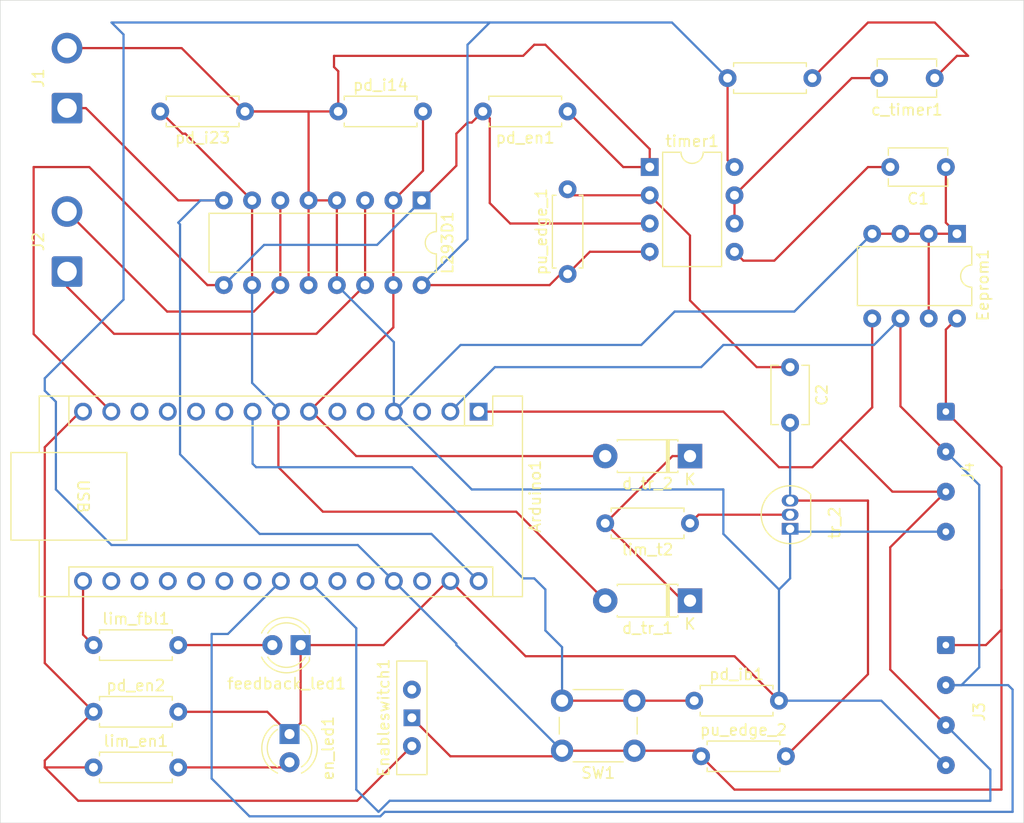
<source format=kicad_pcb>
(kicad_pcb (version 20240108) (generator "pcbnew") (generator_version "8.0")
  (layers (0 "F.Cu" signal) (31 "B.Cu" signal) (34 "B.Paste" user) (35 "F.Paste" user) (36 "B.SilkS" user "B.Silkscreen") (37 "F.SilkS" user "F.Silkscreen") (38 "B.Mask" user) (39 "F.Mask" user) (44 "Edge.Cuts" user))
  (net 0 "")
  (net 2 "+12C")
  (net 3 "Net-(Arduino1-D4)")
  (net 4 "GND")
  (net 9 "Net-(Arduino1-D11)")
  (net 12 "Net-(Arduino1-A4)")
  (net 13 "Net-(Arduino1-D13)")
  (net 14 "Net-(Arduino1-D12)")
  (net 19 "Net-(J2-Pin_2)")
  (net 22 "Net-(J2-Pin_1)")
  (net 24 "Net-(Arduino1-D5)")
  (net 26 "+5V")
  (net 28 "Net-(timer1-TR)")
  (net 29 "Net-(timer1-DIS)")
  (net 30 "Net-(c_timer1-Pad1)")
  (net 32 "Net-(feedback_led1-A)")
  (net 33 "Net-(en_led1-A)")
  (net 34 "Net-(tr_2-C)")
  (net 35 "Net-(d_tr_1-K)")
  (net 36 "Net-(tr_2-B)")
  (net 37 "Net-(Arduino1-D6)")
  (net 38 "Net-(timer1-CV)")
  (net 39 "Net-(Arduino1-A5)")
  (footprint "Capacitor_THT:C_Disc_D5.1mm_W3.2mm_P5.00mm" (layer "F.Cu") (at 100 83 -90)
    (property "Reference" "C2" (at 2.5 -2.85 90) (layer "F.SilkS"))
    (property "Value" "c_edge")
    (pad "1" thru_hole circle (at 0 0 270) (size 1.6 1.6) (drill 0.8) (layers "*.Cu" "*.Mask") (net 28 "Net-(timer1-TR)"))
    (pad "2" thru_hole circle (at 5 0 270) (size 1.6 1.6) (drill 0.8) (layers "*.Cu" "*.Mask") (net 34 "Net-(tr_2-C)"))
  )
  (footprint "Package_TO_SOT_THT:TO-92_Inline" (layer "F.Cu") (at 100 97.54 90)
    (property "Reference" "tr_2" (at 0.54 4 90) (layer "F.SilkS"))
    (property "Value" "S8050")
    (pad "1" thru_hole rect (at 0 0 90) (size 1.05 1.5) (drill 0.75) (layers "*.Cu" "*.Mask") (net 4 "GND"))
    (pad "2" thru_hole oval (at 1.27 0 90) (size 1.05 1.5) (drill 0.75) (layers "*.Cu" "*.Mask") (net 36 "Net-(tr_2-B)"))
    (pad "3" thru_hole oval (at 2.54 0 90) (size 1.05 1.5) (drill 0.75) (layers "*.Cu" "*.Mask") (net 34 "Net-(tr_2-C)"))
  )
  (footprint "Resistor_THT:R_Axial_DIN0207_L6.3mm_D2.5mm_P7.62mm_Horizontal" (layer "F.Cu") (at 102 57 180)
    (property "Reference" "r_timer1" (hide yes))
    (property "Value" "100k")
    (pad "1" thru_hole circle (at 0 0 180) (size 1.6 1.6) (drill 0.8) (layers "*.Cu" "*.Mask") (net 30 "Net-(c_timer1-Pad1)"))
    (pad "2" thru_hole oval (at 7.62 0 180) (size 1.6 1.6) (drill 0.8) (layers "*.Cu" "*.Mask") (net 26 "+5V"))
  )
  (footprint "Connector_Wire:SolderWire-1sqmm_1x02_P5.4mm_D1.4mm_OD2.7mm" (layer "F.Cu") (at 35 59.7 90)
    (property "Reference" "J1" (at 2.7 -2.58 90) (layer "F.SilkS"))
    (property "Value" "12V_in")
    (pad "1" thru_hole roundrect (at 0 0 90) (size 2.75 2.75) (drill 1.75) (layers "*.Cu" "*.Mask") (roundrect_rratio 0.090909) (net 2 "+12C"))
    (pad "2" thru_hole circle (at 5.4 0 90) (size 2.75 2.75) (drill 1.75) (layers "*.Cu" "*.Mask") (net 4 "GND"))
  )
  (footprint "LED_THT:LED_D4.0mm" (layer "F.Cu") (at 56 108 180)
    (property "Reference" "feedback_led1" (at 1.27 -3.46 0) (layer "F.SilkS"))
    (property "Value" "LED")
    (pad "1" thru_hole rect (at 0 0 180) (size 1.8 1.8) (drill 0.9) (layers "*.Cu" "*.Mask") (net 4 "GND"))
    (pad "2" thru_hole circle (at 2.54 0 180) (size 1.8 1.8) (drill 0.9) (layers "*.Cu" "*.Mask") (net 32 "Net-(feedback_led1-A)"))
  )
  (footprint "Resistor_THT:R_Axial_DIN0207_L6.3mm_D2.5mm_P7.62mm_Horizontal" (layer "F.Cu") (at 51 60 180)
    (property "Reference" "pd_i23" (at 3.81 -2.37 0) (layer "F.SilkS"))
    (property "Value" "R")
    (pad "1" thru_hole circle (at 0 0 180) (size 1.6 1.6) (drill 0.8) (layers "*.Cu" "*.Mask") (net 4 "GND"))
    (pad "2" thru_hole oval (at 7.62 0 180) (size 1.6 1.6) (drill 0.8) (layers "*.Cu" "*.Mask") (net 24 "Net-(Arduino1-D5)"))
  )
  (footprint "Resistor_THT:R_Axial_DIN0207_L6.3mm_D2.5mm_P7.62mm_Horizontal" (layer "F.Cu") (at 91 97.043482 180)
    (property "Reference" "lim_t2" (at 3.81 -2.37 0) (layer "F.SilkS"))
    (property "Value" "R")
    (pad "1" thru_hole circle (at 0 0 180) (size 1.6 1.6) (drill 0.8) (layers "*.Cu" "*.Mask") (net 36 "Net-(tr_2-B)"))
    (pad "2" thru_hole oval (at 7.62 0 180) (size 1.6 1.6) (drill 0.8) (layers "*.Cu" "*.Mask") (net 35 "Net-(d_tr_1-K)"))
  )
  (footprint "Connector_Wire:SolderWire-1sqmm_1x02_P5.4mm_D1.4mm_OD2.7mm" (layer "F.Cu") (at 35 74.4 90)
    (property "Reference" "J2" (at 2.7 -2.58 90) (layer "F.SilkS"))
    (property "Value" "to_clock")
    (pad "1" thru_hole roundrect (at 0 0 90) (size 2.75 2.75) (drill 1.75) (layers "*.Cu" "*.Mask") (roundrect_rratio 0.090909) (net 22 "Net-(J2-Pin_1)"))
    (pad "2" thru_hole circle (at 5.4 0 90) (size 2.75 2.75) (drill 1.75) (layers "*.Cu" "*.Mask") (net 19 "Net-(J2-Pin_2)"))
  )
  (footprint "Capacitor_THT:C_Disc_D5.1mm_W3.2mm_P5.00mm" (layer "F.Cu") (at 113 57 180)
    (property "Reference" "c_timer1" (at 2.5 -2.85 0) (layer "F.SilkS"))
    (property "Value" "C_Small")
    (pad "1" thru_hole circle (at 0 0 180) (size 1.6 1.6) (drill 0.8) (layers "*.Cu" "*.Mask") (net 30 "Net-(c_timer1-Pad1)"))
    (pad "2" thru_hole circle (at 5 0 180) (size 1.6 1.6) (drill 0.8) (layers "*.Cu" "*.Mask") (net 29 "Net-(timer1-DIS)"))
  )
  (footprint "Resistor_THT:R_Axial_DIN0207_L6.3mm_D2.5mm_P7.62mm_Horizontal" (layer "F.Cu") (at 92 118)
    (property "Reference" "pu_edge_2" (at 3.81 -2.37 0) (layer "F.SilkS"))
    (property "Value" "R")
    (pad "1" thru_hole circle (at 0 0) (size 1.6 1.6) (drill 0.8) (layers "*.Cu" "*.Mask") (net 26 "+5V"))
    (pad "2" thru_hole oval (at 7.62 0) (size 1.6 1.6) (drill 0.8) (layers "*.Cu" "*.Mask") (net 34 "Net-(tr_2-C)"))
  )
  (footprint "Resistor_THT:R_Axial_DIN0207_L6.3mm_D2.5mm_P7.62mm_Horizontal" (layer "F.Cu") (at 37.38 108)
    (property "Reference" "lim_fbl1" (at 3.81 -2.37 0) (layer "F.SilkS"))
    (property "Value" "R")
    (pad "1" thru_hole circle (at 0 0) (size 1.6 1.6) (drill 0.8) (layers "*.Cu" "*.Mask") (net 13 "Net-(Arduino1-D13)"))
    (pad "2" thru_hole oval (at 7.62 0) (size 1.6 1.6) (drill 0.8) (layers "*.Cu" "*.Mask") (net 32 "Net-(feedback_led1-A)"))
  )
  (footprint "Resistor_THT:R_Axial_DIN0207_L6.3mm_D2.5mm_P7.62mm_Horizontal" (layer "F.Cu") (at 91.38 113)
    (property "Reference" "pd_ib1" (at 3.81 -2.37 0) (layer "F.SilkS"))
    (property "Value" "R")
    (pad "1" thru_hole circle (at 0 0) (size 1.6 1.6) (drill 0.8) (layers "*.Cu" "*.Mask") (net 37 "Net-(Arduino1-D6)"))
    (pad "2" thru_hole oval (at 7.62 0) (size 1.6 1.6) (drill 0.8) (layers "*.Cu" "*.Mask") (net 4 "GND"))
  )
  (footprint "Package_DIP:DIP-8_W7.62mm" (layer "F.Cu") (at 115 71 -90)
    (property "Reference" "Eeprom1" (at 4.62 -2.33 90) (layer "F.SilkS"))
    (property "Value" "CAT24C256")
    (pad "1" thru_hole rect (at 0 0 270) (size 1.6 1.6) (drill 0.8) (layers "*.Cu" "*.Mask") (net 4 "GND"))
    (pad "2" thru_hole oval (at 0 2.54 270) (size 1.6 1.6) (drill 0.8) (layers "*.Cu" "*.Mask") (net 4 "GND"))
    (pad "3" thru_hole oval (at 0 5.08 270) (size 1.6 1.6) (drill 0.8) (layers "*.Cu" "*.Mask") (net 4 "GND"))
    (pad "4" thru_hole oval (at 0 7.62 270) (size 1.6 1.6) (drill 0.8) (layers "*.Cu" "*.Mask") (net 4 "GND"))
    (pad "5" thru_hole oval (at 7.62 7.62 270) (size 1.6 1.6) (drill 0.8) (layers "*.Cu" "*.Mask") (net 39 "Net-(Arduino1-A5)"))
    (pad "6" thru_hole oval (at 7.62 5.08 270) (size 1.6 1.6) (drill 0.8) (layers "*.Cu" "*.Mask") (net 12 "Net-(Arduino1-A4)"))
    (pad "7" thru_hole oval (at 7.62 2.54 270) (size 1.6 1.6) (drill 0.8) (layers "*.Cu" "*.Mask") (net 4 "GND"))
    (pad "8" thru_hole oval (at 7.62 0 270) (size 1.6 1.6) (drill 0.8) (layers "*.Cu" "*.Mask") (net 26 "+5V"))
  )
  (footprint "Resistor_THT:R_Axial_DIN0207_L6.3mm_D2.5mm_P7.62mm_Horizontal" (layer "F.Cu") (at 37.38 114)
    (property "Reference" "pd_en2" (at 3.81 -2.37 0) (layer "F.SilkS"))
    (property "Value" "R")
    (pad "1" thru_hole circle (at 0 0) (size 1.6 1.6) (drill 0.8) (layers "*.Cu" "*.Mask") (net 14 "Net-(Arduino1-D12)"))
    (pad "2" thru_hole oval (at 7.62 0) (size 1.6 1.6) (drill 0.8) (layers "*.Cu" "*.Mask") (net 4 "GND"))
  )
  (footprint "Button_Switch_THT:SW_Slide-03_Wuerth-WS-SLTV_10x2.5x6.4_P2.54mm" (layer "F.Cu") (at 66 114.54 90)
    (property "Reference" "Enableswitch1" (at 0 -2.54 90) (layer "F.SilkS"))
    (property "Value" "~")
    (pad "1" thru_hole rect (at 0 0 90) (size 1.5 1.5) (drill 0.8) (layers "*.Cu" "*.Mask") (net 26 "+5V"))
    (pad "2" thru_hole circle (at -2.54 0 90) (size 1.6 1.6) (drill 0.8) (layers "*.Cu" "*.Mask") (net 14 "Net-(Arduino1-D12)"))
    (pad "3" thru_hole circle (at 2.54 0 90) (size 1.6 1.6) (drill 0.8) (layers "*.Cu" "*.Mask"))
  )
  (footprint "Resistor_THT:R_Axial_DIN0207_L6.3mm_D2.5mm_P7.62mm_Horizontal" (layer "F.Cu") (at 80 60 180)
    (property "Reference" "pd_en1" (at 3.81 -2.37 0) (layer "F.SilkS"))
    (property "Value" "R")
    (pad "1" thru_hole circle (at 0 0 180) (size 1.6 1.6) (drill 0.8) (layers "*.Cu" "*.Mask") (net 4 "GND"))
    (pad "2" thru_hole oval (at 7.62 0 180) (size 1.6 1.6) (drill 0.8) (layers "*.Cu" "*.Mask") (net 9 "Net-(Arduino1-D11)"))
  )
  (footprint "Package_DIP:DIP-8_W7.62mm" (layer "F.Cu") (at 87.38 65)
    (property "Reference" "timer1" (at 3.81 -2.33 0) (layer "F.SilkS"))
    (property "Value" "ICM7555xP")
    (pad "1" thru_hole rect (at 0 0) (size 1.6 1.6) (drill 0.8) (layers "*.Cu" "*.Mask") (net 4 "GND"))
    (pad "2" thru_hole oval (at 0 2.54) (size 1.6 1.6) (drill 0.8) (layers "*.Cu" "*.Mask") (net 28 "Net-(timer1-TR)"))
    (pad "3" thru_hole oval (at 0 5.08) (size 1.6 1.6) (drill 0.8) (layers "*.Cu" "*.Mask") (net 9 "Net-(Arduino1-D11)"))
    (pad "4" thru_hole oval (at 0 7.62) (size 1.6 1.6) (drill 0.8) (layers "*.Cu" "*.Mask") (net 26 "+5V"))
    (pad "5" thru_hole oval (at 7.62 7.62) (size 1.6 1.6) (drill 0.8) (layers "*.Cu" "*.Mask") (net 38 "Net-(timer1-CV)"))
    (pad "6" thru_hole oval (at 7.62 5.08) (size 1.6 1.6) (drill 0.8) (layers "*.Cu" "*.Mask") (net 29 "Net-(timer1-DIS)"))
    (pad "7" thru_hole oval (at 7.62 2.54) (size 1.6 1.6) (drill 0.8) (layers "*.Cu" "*.Mask") (net 29 "Net-(timer1-DIS)"))
    (pad "8" thru_hole oval (at 7.62 0) (size 1.6 1.6) (drill 0.8) (layers "*.Cu" "*.Mask") (net 26 "+5V"))
  )
  (footprint "LED_THT:LED_D4.0mm" (layer "F.Cu") (at 55 116 -90)
    (property "Reference" "en_led1" (at 1.27 -3.46 90) (layer "F.SilkS"))
    (property "Value" "LED")
    (pad "1" thru_hole rect (at 0 0 270) (size 1.8 1.8) (drill 0.9) (layers "*.Cu" "*.Mask") (net 4 "GND"))
    (pad "2" thru_hole circle (at 2.54 0 270) (size 1.8 1.8) (drill 0.9) (layers "*.Cu" "*.Mask") (net 33 "Net-(en_led1-A)"))
  )
  (footprint "Module:Arduino_Nano" (layer "F.Cu") (at 72 87 -90)
    (property "Reference" "Arduino1" (at 7.62 -5.08 90) (layer "F.SilkS"))
    (property "Value" "Arduino_Nano_v3.x")
    (fp_text user "USB" (at 7.62 35.56 -90) (layer "F.SilkS"))
    (pad "1" thru_hole rect (at 0 0 270) (size 1.6 1.6) (drill 1) (layers "*.Cu" "*.Mask") (net 39 "Net-(Arduino1-A5)"))
    (pad "2" thru_hole oval (at 0 2.54 270) (size 1.6 1.6) (drill 1) (layers "*.Cu" "*.Mask") (net 12 "Net-(Arduino1-A4)"))
    (pad "3" thru_hole oval (at 0 5.08 270) (size 1.6 1.6) (drill 1) (layers "*.Cu" "*.Mask"))
    (pad "4" thru_hole oval (at 0 7.62 270) (size 1.6 1.6) (drill 1) (layers "*.Cu" "*.Mask") (net 4 "GND"))
    (pad "5" thru_hole oval (at 0 10.16 270) (size 1.6 1.6) (drill 1) (layers "*.Cu" "*.Mask"))
    (pad "6" thru_hole oval (at 0 12.7 270) (size 1.6 1.6) (drill 1) (layers "*.Cu" "*.Mask"))
    (pad "7" thru_hole oval (at 0 15.24 270) (size 1.6 1.6) (drill 1) (layers "*.Cu" "*.Mask") (net 3 "Net-(Arduino1-D4)"))
    (pad "8" thru_hole oval (at 0 17.78 270) (size 1.6 1.6) (drill 1) (layers "*.Cu" "*.Mask") (net 24 "Net-(Arduino1-D5)"))
    (pad "9" thru_hole oval (at 0 20.32 270) (size 1.6 1.6) (drill 1) (layers "*.Cu" "*.Mask") (net 37 "Net-(Arduino1-D6)"))
    (pad "10" thru_hole oval (at 0 22.86 270) (size 1.6 1.6) (drill 1) (layers "*.Cu" "*.Mask"))
    (pad "11" thru_hole oval (at 0 25.4 270) (size 1.6 1.6) (drill 1) (layers "*.Cu" "*.Mask"))
    (pad "12" thru_hole oval (at 0 27.94 270) (size 1.6 1.6) (drill 1) (layers "*.Cu" "*.Mask"))
    (pad "13" thru_hole oval (at 0 30.48 270) (size 1.6 1.6) (drill 1) (layers "*.Cu" "*.Mask"))
    (pad "14" thru_hole oval (at 0 33.02 270) (size 1.6 1.6) (drill 1) (layers "*.Cu" "*.Mask") (net 9 "Net-(Arduino1-D11)"))
    (pad "15" thru_hole oval (at 0 35.56 270) (size 1.6 1.6) (drill 1) (layers "*.Cu" "*.Mask") (net 14 "Net-(Arduino1-D12)"))
    (pad "16" thru_hole oval (at 15.24 35.56 270) (size 1.6 1.6) (drill 1) (layers "*.Cu" "*.Mask") (net 13 "Net-(Arduino1-D13)"))
    (pad "17" thru_hole oval (at 15.24 33.02 270) (size 1.6 1.6) (drill 1) (layers "*.Cu" "*.Mask"))
    (pad "18" thru_hole oval (at 15.24 30.48 270) (size 1.6 1.6) (drill 1) (layers "*.Cu" "*.Mask"))
    (pad "19" thru_hole oval (at 15.24 27.94 270) (size 1.6 1.6) (drill 1) (layers "*.Cu" "*.Mask"))
    (pad "20" thru_hole oval (at 15.24 25.4 270) (size 1.6 1.6) (drill 1) (layers "*.Cu" "*.Mask"))
    (pad "21" thru_hole oval (at 15.24 22.86 270) (size 1.6 1.6) (drill 1) (layers "*.Cu" "*.Mask"))
    (pad "22" thru_hole oval (at 15.24 20.32 270) (size 1.6 1.6) (drill 1) (layers "*.Cu" "*.Mask"))
    (pad "23" thru_hole oval (at 15.24 17.78 270) (size 1.6 1.6) (drill 1) (layers "*.Cu" "*.Mask") (net 12 "Net-(Arduino1-A4)"))
    (pad "24" thru_hole oval (at 15.24 15.24 270) (size 1.6 1.6) (drill 1) (layers "*.Cu" "*.Mask") (net 39 "Net-(Arduino1-A5)"))
    (pad "25" thru_hole oval (at 15.24 12.7 270) (size 1.6 1.6) (drill 1) (layers "*.Cu" "*.Mask"))
    (pad "26" thru_hole oval (at 15.24 10.16 270) (size 1.6 1.6) (drill 1) (layers "*.Cu" "*.Mask"))
    (pad "27" thru_hole oval (at 15.24 7.62 270) (size 1.6 1.6) (drill 1) (layers "*.Cu" "*.Mask") (net 26 "+5V"))
    (pad "28" thru_hole oval (at 15.24 5.08 270) (size 1.6 1.6) (drill 1) (layers "*.Cu" "*.Mask"))
    (pad "29" thru_hole oval (at 15.24 2.54 270) (size 1.6 1.6) (drill 1) (layers "*.Cu" "*.Mask") (net 4 "GND"))
    (pad "30" thru_hole oval (at 15.24 0 270) (size 1.6 1.6) (drill 1) (layers "*.Cu" "*.Mask") (net 2 "+12C"))
  )
  (footprint "Package_DIP:DIP-16_W7.62mm" (layer "F.Cu") (at 66.875 68 -90)
    (property "Reference" "L293D1" (at 3.81 -2.33 90) (layer "F.SilkS"))
    (property "Value" "L293D")
    (pad "1" thru_hole rect (at 0 0 270) (size 1.6 1.6) (drill 0.8) (layers "*.Cu" "*.Mask") (net 9 "Net-(Arduino1-D11)"))
    (pad "2" thru_hole oval (at 0 2.54 270) (size 1.6 1.6) (drill 0.8) (layers "*.Cu" "*.Mask") (net 3 "Net-(Arduino1-D4)"))
    (pad "3" thru_hole oval (at 0 5.08 270) (size 1.6 1.6) (drill 0.8) (layers "*.Cu" "*.Mask") (net 22 "Net-(J2-Pin_1)"))
    (pad "4" thru_hole oval (at 0 7.62 270) (size 1.6 1.6) (drill 0.8) (layers "*.Cu" "*.Mask") (net 4 "GND"))
    (pad "5" thru_hole oval (at 0 10.16 270) (size 1.6 1.6) (drill 0.8) (layers "*.Cu" "*.Mask") (net 4 "GND"))
    (pad "6" thru_hole oval (at 0 12.7 270) (size 1.6 1.6) (drill 0.8) (layers "*.Cu" "*.Mask") (net 19 "Net-(J2-Pin_2)"))
    (pad "7" thru_hole oval (at 0 15.24 270) (size 1.6 1.6) (drill 0.8) (layers "*.Cu" "*.Mask") (net 24 "Net-(Arduino1-D5)"))
    (pad "8" thru_hole oval (at 0 17.78 270) (size 1.6 1.6) (drill 0.8) (layers "*.Cu" "*.Mask") (net 2 "+12C"))
    (pad "9" thru_hole oval (at 7.62 17.78 270) (size 1.6 1.6) (drill 0.8) (layers "*.Cu" "*.Mask") (net 9 "Net-(Arduino1-D11)"))
    (pad "10" thru_hole oval (at 7.62 15.24 270) (size 1.6 1.6) (drill 0.8) (layers "*.Cu" "*.Mask") (net 24 "Net-(Arduino1-D5)"))
    (pad "11" thru_hole oval (at 7.62 12.7 270) (size 1.6 1.6) (drill 0.8) (layers "*.Cu" "*.Mask") (net 19 "Net-(J2-Pin_2)"))
    (pad "12" thru_hole oval (at 7.62 10.16 270) (size 1.6 1.6) (drill 0.8) (layers "*.Cu" "*.Mask") (net 4 "GND"))
    (pad "13" thru_hole oval (at 7.62 7.62 270) (size 1.6 1.6) (drill 0.8) (layers "*.Cu" "*.Mask") (net 4 "GND"))
    (pad "14" thru_hole oval (at 7.62 5.08 270) (size 1.6 1.6) (drill 0.8) (layers "*.Cu" "*.Mask") (net 22 "Net-(J2-Pin_1)"))
    (pad "15" thru_hole oval (at 7.62 2.54 270) (size 1.6 1.6) (drill 0.8) (layers "*.Cu" "*.Mask") (net 3 "Net-(Arduino1-D4)"))
    (pad "16" thru_hole oval (at 7.62 0 270) (size 1.6 1.6) (drill 0.8) (layers "*.Cu" "*.Mask") (net 26 "+5V"))
  )
  (footprint "Resistor_THT:R_Axial_DIN0207_L6.3mm_D2.5mm_P7.62mm_Horizontal" (layer "F.Cu") (at 37.38 119)
    (property "Reference" "lim_en1" (at 3.81 -2.37 0) (layer "F.SilkS"))
    (property "Value" "R")
    (pad "1" thru_hole circle (at 0 0) (size 1.6 1.6) (drill 0.8) (layers "*.Cu" "*.Mask") (net 14 "Net-(Arduino1-D12)"))
    (pad "2" thru_hole oval (at 7.62 0) (size 1.6 1.6) (drill 0.8) (layers "*.Cu" "*.Mask") (net 33 "Net-(en_led1-A)"))
  )
  (footprint "Capacitor_THT:C_Disc_D5.1mm_W3.2mm_P5.00mm" (layer "F.Cu") (at 114 65 180)
    (property "Reference" "C1" (at 2.5 -2.85 0) (layer "F.SilkS"))
    (property "Value" "c_filt")
    (pad "1" thru_hole circle (at 0 0 180) (size 1.6 1.6) (drill 0.8) (layers "*.Cu" "*.Mask") (net 4 "GND"))
    (pad "2" thru_hole circle (at 5 0 180) (size 1.6 1.6) (drill 0.8) (layers "*.Cu" "*.Mask") (net 38 "Net-(timer1-CV)"))
  )
  (footprint "Connector_Wire:SolderWire-0.1sqmm_1x04_P3.6mm_D0.4mm_OD1mm" (layer "F.Cu") (at 114 87 -90)
    (property "Reference" "J4" (at 5.4 -2 90) (layer "F.SilkS"))
    (property "Value" "to_LCD")
    (pad "1" thru_hole roundrect (at 0 0 270) (size 1.6 1.6) (drill 0.6) (layers "*.Cu" "*.Mask") (roundrect_rratio 0.15625) (net 26 "+5V"))
    (pad "2" thru_hole circle (at 3.6 0 270) (size 1.6 1.6) (drill 0.6) (layers "*.Cu" "*.Mask") (net 12 "Net-(Arduino1-A4)"))
    (pad "3" thru_hole circle (at 7.2 0 270) (size 1.6 1.6) (drill 0.6) (layers "*.Cu" "*.Mask") (net 39 "Net-(Arduino1-A5)"))
    (pad "4" thru_hole circle (at 10.8 0 270) (size 1.6 1.6) (drill 0.6) (layers "*.Cu" "*.Mask") (net 4 "GND"))
  )
  (footprint "Resistor_THT:R_Axial_DIN0207_L6.3mm_D2.5mm_P7.62mm_Horizontal" (layer "F.Cu") (at 59.38 60)
    (property "Reference" "pd_i14" (at 3.81 -2.37 0) (layer "F.SilkS"))
    (property "Value" "R")
    (pad "1" thru_hole circle (at 0 0) (size 1.6 1.6) (drill 0.8) (layers "*.Cu" "*.Mask") (net 4 "GND"))
    (pad "2" thru_hole oval (at 7.62 0) (size 1.6 1.6) (drill 0.8) (layers "*.Cu" "*.Mask") (net 3 "Net-(Arduino1-D4)"))
  )
  (footprint "Button_Switch_THT:SW_PUSH_6mm" (layer "F.Cu") (at 86 117.5 180)
    (property "Reference" "SW1" (at 3.25 -2 0) (layer "F.SilkS"))
    (property "Value" "SW_Push")
    (pad "1" thru_hole circle (at 0 0 270) (size 2 2) (drill 1.1) (layers "*.Cu" "*.Mask") (net 26 "+5V"))
    (pad "1" thru_hole circle (at 6.5 0 270) (size 2 2) (drill 1.1) (layers "*.Cu" "*.Mask") (net 26 "+5V"))
    (pad "2" thru_hole circle (at 0 4.5 270) (size 2 2) (drill 1.1) (layers "*.Cu" "*.Mask") (net 37 "Net-(Arduino1-D6)"))
    (pad "2" thru_hole circle (at 6.5 4.5 270) (size 2 2) (drill 1.1) (layers "*.Cu" "*.Mask") (net 37 "Net-(Arduino1-D6)"))
  )
  (footprint "Connector_Wire:SolderWire-0.1sqmm_1x04_P3.6mm_D0.4mm_OD1mm" (layer "F.Cu") (at 114 108 -90)
    (property "Reference" "J3" (at 6 -3 90) (layer "F.SilkS"))
    (property "Value" "to_RTC")
    (pad "1" thru_hole roundrect (at 0 0 270) (size 1.6 1.6) (drill 0.6) (layers "*.Cu" "*.Mask") (roundrect_rratio 0.15625) (net 26 "+5V"))
    (pad "2" thru_hole circle (at 3.6 0 270) (size 1.6 1.6) (drill 0.6) (layers "*.Cu" "*.Mask") (net 12 "Net-(Arduino1-A4)"))
    (pad "3" thru_hole circle (at 7.2 0 270) (size 1.6 1.6) (drill 0.6) (layers "*.Cu" "*.Mask") (net 39 "Net-(Arduino1-A5)"))
    (pad "4" thru_hole circle (at 10.8 0 270) (size 1.6 1.6) (drill 0.6) (layers "*.Cu" "*.Mask") (net 4 "GND"))
  )
  (footprint "Diode_THT:D_DO-41_SOD81_P7.62mm_Horizontal" (layer "F.Cu") (at 91 104 180)
    (property "Reference" "d_tr_1" (at 3.81 -2.47 180) (layer "F.SilkS"))
    (property "Value" "D")
    (fp_text user "K" (at 0 -2.1 180) (layer "F.SilkS"))
    (pad "1" thru_hole rect (at 0 0 180) (size 2.2 2.2) (drill 1.1) (layers "*.Cu" "*.Mask") (net 35 "Net-(d_tr_1-K)"))
    (pad "2" thru_hole oval (at 7.62 0 180) (size 2.2 2.2) (drill 1.1) (layers "*.Cu" "*.Mask") (net 24 "Net-(Arduino1-D5)"))
  )
  (footprint "Resistor_THT:R_Axial_DIN0207_L6.3mm_D2.5mm_P7.62mm_Horizontal" (layer "F.Cu") (at 80 74.62 90)
    (property "Reference" "pu_edge_1" (at 3.81 -2.37 90) (layer "F.SilkS"))
    (property "Value" "R")
    (pad "1" thru_hole circle (at 0 0 90) (size 1.6 1.6) (drill 0.8) (layers "*.Cu" "*.Mask") (net 26 "+5V"))
    (pad "2" thru_hole oval (at 7.62 0 90) (size 1.6 1.6) (drill 0.8) (layers "*.Cu" "*.Mask") (net 28 "Net-(timer1-TR)"))
  )
  (footprint "Diode_THT:D_DO-41_SOD81_P7.62mm_Horizontal" (layer "F.Cu") (at 91 91 180)
    (property "Reference" "d_tr_2" (at 3.81 -2.47 180) (layer "F.SilkS"))
    (property "Value" "D")
    (fp_text user "K" (at 0 -2.1 180) (layer "F.SilkS"))
    (pad "1" thru_hole rect (at 0 0 180) (size 2.2 2.2) (drill 1.1) (layers "*.Cu" "*.Mask") (net 35 "Net-(d_tr_1-K)"))
    (pad "2" thru_hole oval (at 7.62 0 180) (size 2.2 2.2) (drill 1.1) (layers "*.Cu" "*.Mask") (net 3 "Net-(Arduino1-D4)"))
  )
  (gr_rect (start 29 50) (end 121 124) (stroke (width 0.05)) (fill none) (layer "Edge.Cuts"))
  (segment (start 34 59.7) (end 36.7 59.7) (width 0.2) (layer "F.Cu") (net 2))
  (segment (start 36.7 59.7) (end 45 68) (width 0.2) (layer "F.Cu") (net 2))
  (segment (start 45 68) (end 49.095 68) (width 0.2) (layer "F.Cu") (net 2))
  (segment (start 47 68) (end 49.095 68) (width 0.2) (layer "B.Cu") (net 2))
  (segment (start 45.16 70.16) (end 45 70) (width 0.2) (layer "B.Cu") (net 2))
  (segment (start 45 70) (end 47 68) (width 0.2) (layer "B.Cu") (net 2))
  (segment (start 67.76 98) (end 52.32 98) (width 0.2) (layer "B.Cu") (net 2))
  (segment (start 45.16 90.84) (end 45.16 70.16) (width 0.2) (layer "B.Cu") (net 2))
  (segment (start 52.32 98) (end 45.16 90.84) (width 0.2) (layer "B.Cu") (net 2))
  (segment (start 72 102.24) (end 67.76 98) (width 0.2) (layer "B.Cu") (net 2))
  (segment (start 64.335 68) (end 64.335 75.62) (width 0.2) (layer "F.Cu") (net 3))
  (segment (start 61 91) (end 56.76 86.76) (width 0.2) (layer "F.Cu") (net 3))
  (segment (start 67 65.335) (end 64.335 68) (width 0.2) (layer "F.Cu") (net 3))
  (segment (start 82.38 91) (end 61 91) (width 0.2) (layer "F.Cu") (net 3))
  (segment (start 64.335 79.425) (end 56.76 87) (width 0.2) (layer "F.Cu") (net 3))
  (segment (start 64.335 75.62) (end 64.335 79.425) (width 0.2) (layer "F.Cu") (net 3))
  (segment (start 67 60) (end 67 65.335) (width 0.2) (layer "F.Cu") (net 3))
  (segment (start 34 54.3) (end 45.3 54.3) (width 0.2) (layer "F.Cu") (net 4))
  (segment (start 85 65) (end 87.38 65) (width 0.2) (layer "F.Cu") (net 4))
  (segment (start 53 114) (end 55 116) (width 0.2) (layer "F.Cu") (net 4))
  (segment (start 56.715 60) (end 51 60) (width 0.2) (layer "F.Cu") (net 4))
  (segment (start 87.38 65) (end 87.38 63.38) (width 0.2) (layer "F.Cu") (net 4))
  (segment (start 59 55) (end 59 56) (width 0.2) (layer "F.Cu") (net 4))
  (segment (start 112.46 71) (end 115 71) (width 0.2) (layer "F.Cu") (net 4))
  (segment (start 56.715 68) (end 56.715 60) (width 0.2) (layer "F.Cu") (net 4))
  (segment (start 112.46 71) (end 112.46 78.62) (width 0.2) (layer "F.Cu") (net 4))
  (segment (start 56 108) (end 56 115) (width 0.2) (layer "F.Cu") (net 4))
  (segment (start 76 55) (end 59 55) (width 0.2) (layer "F.Cu") (net 4))
  (segment (start 56.715 68) (end 56.715 75.62) (width 0.2) (layer "F.Cu") (net 4))
  (segment (start 107.38 71) (end 107 71) (width 0.2) (layer "F.Cu") (net 4))
  (segment (start 114 65) (end 114 70) (width 0.2) (layer "F.Cu") (net 4))
  (segment (start 59.38 60) (end 51 60) (width 0.2) (layer "F.Cu") (net 4))
  (segment (start 107.38 71) (end 109.92 71) (width 0.2) (layer "F.Cu") (net 4))
  (segment (start 95 109) (end 99 113) (width 0.2) (layer "F.Cu") (net 4))
  (segment (start 45 114) (end 53 114) (width 0.2) (layer "F.Cu") (net 4))
  (segment (start 87.38 63.38) (end 78 54) (width 0.2) (layer "F.Cu") (net 4))
  (segment (start 63.46 108) (end 56 108) (width 0.2) (layer "F.Cu") (net 4))
  (segment (start 114 70) (end 115 71) (width 0.2) (layer "F.Cu") (net 4))
  (segment (start 59 56) (end 59.38 56.38) (width 0.2) (layer "F.Cu") (net 4))
  (segment (start 87.38 65.62) (end 87.38 65) (width 0.2) (layer "F.Cu") (net 4))
  (segment (start 78 54) (end 77 54) (width 0.2) (layer "F.Cu") (net 4))
  (segment (start 69.46 102.24) (end 76.22 109) (width 0.2) (layer "F.Cu") (net 4))
  (segment (start 77 54) (end 76 55) (width 0.2) (layer "F.Cu") (net 4))
  (segment (start 69.46 102) (end 63.46 108) (width 0.2) (layer "F.Cu") (net 4))
  (segment (start 56 115) (end 55 116) (width 0.2) (layer "F.Cu") (net 4))
  (segment (start 45.3 54.3) (end 51 60) (width 0.2) (layer "F.Cu") (net 4))
  (segment (start 109.92 71) (end 112.46 71) (width 0.2) (layer "F.Cu") (net 4))
  (segment (start 59.38 56.38) (end 59.38 60) (width 0.2) (layer "F.Cu") (net 4))
  (segment (start 80 60) (end 85 65) (width 0.2) (layer "F.Cu") (net 4))
  (segment (start 76.22 109) (end 95 109) (width 0.2) (layer "F.Cu") (net 4))
  (segment (start 56.715 68) (end 59.255 68) (width 0.2) (layer "F.Cu") (net 4))
  (segment (start 56.46 108.46) (end 56 108) (width 0.2) (layer "F.Cu") (net 4))
  (segment (start 59.255 75.62) (end 59.255 68) (width 0.2) (layer "F.Cu") (net 4))
  (segment (start 100.38 78) (end 107.38 71) (width 0.2) (layer "B.Cu") (net 4))
  (segment (start 71.38 94) (end 94 94) (width 0.2) (layer "B.Cu") (net 4))
  (segment (start 94 98) (end 99 103) (width 0.2) (layer "B.Cu") (net 4))
  (segment (start 100 102) (end 99 103) (width 0.2) (layer "B.Cu") (net 4))
  (segment (start 108.2 113) (end 99 113) (width 0.2) (layer "B.Cu") (net 4))
  (segment (start 86.62 81) (end 89.62 78) (width 0.2) (layer "B.Cu") (net 4))
  (segment (start 114 97.8) (end 100.26 97.8) (width 0.2) (layer "B.Cu") (net 4))
  (segment (start 114 98) (end 114 97.8) (width 0.2) (layer "B.Cu") (net 4))
  (segment (start 64.38 87) (end 64.38 80.745) (width 0.2) (layer "B.Cu") (net 4))
  (segment (start 99 103) (end 99 113) (width 0.2) (layer "B.Cu") (net 4))
  (segment (start 100.26 97.8) (end 100 97.54) (width 0.2) (layer "B.Cu") (net 4))
  (segment (start 100 97.54) (end 100 102) (width 0.2) (layer "B.Cu") (net 4))
  (segment (start 64.38 87) (end 71.38 94) (width 0.2) (layer "B.Cu") (net 4))
  (segment (start 70.38 81) (end 86.62 81) (width 0.2) (layer "B.Cu") (net 4))
  (segment (start 94 94) (end 94 98) (width 0.2) (layer "B.Cu") (net 4))
  (segment (start 89.62 78) (end 100.38 78) (width 0.2) (layer "B.Cu") (net 4))
  (segment (start 64.38 80.745) (end 59.255 75.62) (width 0.2) (layer "B.Cu") (net 4))
  (segment (start 114 118.8) (end 108.2 113) (width 0.2) (layer "B.Cu") (net 4))
  (segment (start 64.38 87) (end 70.38 81) (width 0.2) (layer "B.Cu") (net 4))
  (segment (start 72.38 60) (end 73 60.62) (width 0.2) (layer "F.Cu") (net 9))
  (segment (start 66.875 68) (end 70 64.875) (width 0.2) (layer "F.Cu") (net 9))
  (segment (start 37 65) (end 32 65) (width 0.2) (layer "F.Cu") (net 9))
  (segment (start 71.38 61) (end 72.38 60) (width 0.2) (layer "F.Cu") (net 9))
  (segment (start 32 80.02) (end 38.98 87) (width 0.2) (layer "F.Cu") (net 9))
  (segment (start 70 62) (end 71 61) (width 0.2) (layer "F.Cu") (net 9))
  (segment (start 70 64.875) (end 70 62) (width 0.2) (layer "F.Cu") (net 9))
  (segment (start 49.095 75.62) (end 47.62 75.62) (width 0.2) (layer "F.Cu") (net 9))
  (segment (start 73 60.62) (end 73 68.24) (width 0.2) (layer "F.Cu") (net 9))
  (segment (start 74.84 70.08) (end 87.38 70.08) (width 0.2) (layer "F.Cu") (net 9))
  (segment (start 71 61) (end 71.38 61) (width 0.2) (layer "F.Cu") (net 9))
  (segment (start 47.62 75.62) (end 37 65) (width 0.2) (layer "F.Cu") (net 9))
  (segment (start 32 65) (end 32 80.02) (width 0.2) (layer "F.Cu") (net 9))
  (segment (start 73 68.24) (end 74.84 70.08) (width 0.2) (layer "F.Cu") (net 9))
  (segment (start 86.84 70.62) (end 87.38 70.08) (width 0.2) (layer "F.Cu") (net 9))
  (segment (start 66.875 68) (end 62.875 72) (width 0.2) (layer "B.Cu") (net 9))
  (segment (start 62.875 72) (end 52.715 72) (width 0.2) (layer "B.Cu") (net 9))
  (segment (start 52.715 72) (end 49.095 75.62) (width 0.2) (layer "B.Cu") (net 9))
  (segment (start 109.92 86.52) (end 109.92 78.62) (width 0.2) (layer "F.Cu") (net 12))
  (segment (start 114 90.6) (end 109.92 86.52) (width 0.2) (layer "F.Cu") (net 12))
  (segment (start 119.6 111.6) (end 120 112) (width 0.2) (layer "B.Cu") (net 12))
  (segment (start 48 120) (end 48 107) (width 0.2) (layer "B.Cu") (net 12))
  (segment (start 48 107) (end 49.46 107) (width 0.2) (layer "B.Cu") (net 12))
  (segment (start 117 93.6) (end 117 110) (width 0.2) (layer "B.Cu") (net 12))
  (segment (start 63.565686 123) (end 63.165686 123.4) (width 0.2) (layer "B.Cu") (net 12))
  (segment (start 49.46 107) (end 54.22 102.24) (width 0.2) (layer "B.Cu") (net 12))
  (segment (start 63.165686 123.4) (end 51.4 123.4) (width 0.2) (layer "B.Cu") (net 12))
  (segment (start 114 90.6) (end 117 93.6) (width 0.2) (layer "B.Cu") (net 12))
  (segment (start 73.46 83) (end 92 83) (width 0.2) (layer "B.Cu") (net 12))
  (segment (start 92 83) (end 94 81) (width 0.2) (layer "B.Cu") (net 12))
  (segment (start 115.4 111.6) (end 114 111.6) (width 0.2) (layer "B.Cu") (net 12))
  (segment (start 120 112) (end 120 123) (width 0.2) (layer "B.Cu") (net 12))
  (segment (start 51.4 123.4) (end 48 120) (width 0.2) (layer "B.Cu") (net 12))
  (segment (start 107.54 81) (end 109.92 78.62) (width 0.2) (layer "B.Cu") (net 12))
  (segment (start 69.46 87) (end 73.46 83) (width 0.2) (layer "B.Cu") (net 12))
  (segment (start 117 110) (end 115.4 111.6) (width 0.2) (layer "B.Cu") (net 12))
  (segment (start 120 123) (end 63.565686 123) (width 0.2) (layer "B.Cu") (net 12))
  (segment (start 114 111.6) (end 119.6 111.6) (width 0.2) (layer "B.Cu") (net 12))
  (segment (start 94 81) (end 107.54 81) (width 0.2) (layer "B.Cu") (net 12))
  (segment (start 36.44 102) (end 36.44 107.06) (width 0.2) (layer "F.Cu") (net 13))
  (segment (start 36.44 107.06) (end 37.38 108) (width 0.2) (layer "F.Cu") (net 13))
  (segment (start 36 122) (end 61.08 122) (width 0.2) (layer "F.Cu") (net 14))
  (segment (start 61.08 122) (end 66 117.08) (width 0.2) (layer "F.Cu") (net 14))
  (segment (start 33 90.2) (end 33 109.62) (width 0.2) (layer "F.Cu") (net 14))
  (segment (start 37.38 114) (end 33 118.38) (width 0.2) (layer "F.Cu") (net 14))
  (segment (start 33 109.62) (end 37.38 114) (width 0.2) (layer "F.Cu") (net 14))
  (segment (start 33 119) (end 36 122) (width 0.2) (layer "F.Cu") (net 14))
  (segment (start 36.44 86.76) (end 33 90.2) (width 0.2) (layer "F.Cu") (net 14))
  (segment (start 37.38 119) (end 33 119) (width 0.2) (layer "F.Cu") (net 14))
  (segment (start 33 118.38) (end 33 119) (width 0.2) (layer "F.Cu") (net 14))
  (segment (start 51.795 78) (end 54.175 75.62) (width 0.2) (layer "F.Cu") (net 19))
  (segment (start 35 69) (end 44 78) (width 0.2) (layer "F.Cu") (net 19))
  (segment (start 44 78) (end 51.795 78) (width 0.2) (layer "F.Cu") (net 19))
  (segment (start 54.175 75.62) (end 54.175 68) (width 0.2) (layer "F.Cu") (net 19))
  (segment (start 61.795 75.62) (end 61.795 68) (width 0.2) (layer "F.Cu") (net 22))
  (segment (start 57.415 80) (end 61.795 75.62) (width 0.2) (layer "F.Cu") (net 22))
  (segment (start 39.225 80) (end 57.415 80) (width 0.2) (layer "F.Cu") (net 22))
  (segment (start 35 74.4) (end 35 75.775) (width 0.2) (layer "F.Cu") (net 22))
  (segment (start 35 75.775) (end 39.225 80) (width 0.2) (layer "F.Cu") (net 22))
  (segment (start 58 96) (end 54 92) (width 0.2) (layer "F.Cu") (net 24))
  (segment (start 83.38 104) (end 75.38 96) (width 0.2) (layer "F.Cu") (net 24))
  (segment (start 51.635 68) (end 45.635 62) (width 0.2) (layer "F.Cu") (net 24))
  (segment (start 75.38 96) (end 58 96) (width 0.2) (layer "F.Cu") (net 24))
  (segment (start 54 86.98) (end 54.22 86.76) (width 0.2) (layer "F.Cu") (net 24))
  (segment (start 45.38 62) (end 43.38 60) (width 0.2) (layer "F.Cu") (net 24))
  (segment (start 51.635 75.62) (end 51.635 68) (width 0.2) (layer "F.Cu") (net 24))
  (segment (start 45.635 62) (end 45.38 62) (width 0.2) (layer "F.Cu") (net 24))
  (segment (start 54 92) (end 54 86.98) (width 0.2) (layer "F.Cu") (net 24))
  (segment (start 51.635 84.415) (end 54.22 87) (width 0.2) (layer "B.Cu") (net 24))
  (segment (start 51.635 75.62) (end 51.635 84.415) (width 0.2) (layer "B.Cu") (net 24))
  (segment (start 119 121) (end 119 103) (width 0.2) (layer "F.Cu") (net 26))
  (segment (start 95 121) (end 119 121) (width 0.2) (layer "F.Cu") (net 26))
  (segment (start 119 106.6) (end 117.6 108) (width 0.2) (layer "F.Cu") (net 26))
  (segment (start 82 72.62) (end 80 74.62) (width 0.2) (layer "F.Cu") (net 26))
  (segment (start 117.6 108) (end 114 108) (width 0.2) (layer "F.Cu") (net 26))
  (segment (start 79 118) (end 69.46 118) (width 0.2) (layer "F.Cu") (net 26))
  (segment (start 114 87) (end 119 92) (width 0.2) (layer "F.Cu") (net 26))
  (segment (start 69.46 118) (end 66 114.54) (width 0.2) (layer "F.Cu") (net 26))
  (segment (start 119 92) (end 119 103) (width 0.2) (layer "F.Cu") (net 26))
  (segment (start 94.38 57) (end 94.38 64.38) (width 0.2) (layer "F.Cu") (net 26))
  (segment (start 86 117.5) (end 91.5 117.5) (width 0.2) (layer "F.Cu") (net 26))
  (segment (start 79.38 74.62) (end 78.38 75.62) (width 0.2) (layer "F.Cu") (net 26))
  (segment (start 79.5 117.5) (end 79 118) (width 0.2) (layer "F.Cu") (net 26))
  (segment (start 80 74.62) (end 79.38 74.62) (width 0.2) (layer "F.Cu") (net 26))
  (segment (start 114 79.62) (end 115 78.62) (width 0.2) (layer "F.Cu") (net 26))
  (segment (start 79.5 117.5) (end 86 117.5) (width 0.2) (layer "F.Cu") (net 26))
  (segment (start 119 103) (end 119 106.6) (width 0.2) (layer "F.Cu") (net 26))
  (segment (start 92 118) (end 95 121) (width 0.2) (layer "F.Cu") (net 26))
  (segment (start 87.38 72.62) (end 87.38 73.38) (width 0.2) (layer "F.Cu") (net 26))
  (segment (start 87.38 72.62) (end 82 72.62) (width 0.2) (layer "F.Cu") (net 26))
  (segment (start 114 87) (end 114 79.62) (width 0.2) (layer "F.Cu") (net 26))
  (segment (start 91.5 117.5) (end 92 118) (width 0.2) (layer "F.Cu") (net 26))
  (segment (start 94.38 64.38) (end 95 65) (width 0.2) (layer "F.Cu") (net 26))
  (segment (start 78.38 75.62) (end 66.875 75.62) (width 0.2) (layer "F.Cu") (net 26))
  (segment (start 66.875 75.62) (end 71 71.495) (width 0.2) (layer "B.Cu") (net 26))
  (segment (start 34 86.115635) (end 34 94) (width 0.2) (layer "B.Cu") (net 26))
  (segment (start 34 94) (end 39 99) (width 0.2) (layer "B.Cu") (net 26))
  (segment (start 64.38 102.24) (end 70 107.86) (width 0.2) (layer "B.Cu") (net 26))
  (segment (start 70 108) (end 79.5 117.5) (width 0.2) (layer "B.Cu") (net 26))
  (segment (start 71 54) (end 73 52) (width 0.2) (layer "B.Cu") (net 26))
  (segment (start 33 84) (end 33 85.115635) (width 0.2) (layer "B.Cu") (net 26))
  (segment (start 33 85.115635) (end 34 86.115635) (width 0.2) (layer "B.Cu") (net 26))
  (segment (start 71 71.495) (end 71 54) (width 0.2) (layer "B.Cu") (net 26))
  (segment (start 40.08 76.92) (end 33 84) (width 0.2) (layer "B.Cu") (net 26))
  (segment (start 89.38 52) (end 94.38 57) (width 0.2) (layer "B.Cu") (net 26))
  (segment (start 39 52) (end 40.08 53.08) (width 0.2) (layer "B.Cu") (net 26))
  (segment (start 40.08 53.08) (end 40.08 76.92) (width 0.2) (layer "B.Cu") (net 26))
  (segment (start 73 52) (end 89.38 52) (width 0.2) (layer "B.Cu") (net 26))
  (segment (start 70 107.86) (end 70 108) (width 0.2) (layer "B.Cu") (net 26))
  (segment (start 61.14 99) (end 64.38 102.24) (width 0.2) (layer "B.Cu") (net 26))
  (segment (start 73 52) (end 39 52) (width 0.2) (layer "B.Cu") (net 26))
  (segment (start 39 99) (end 61.14 99) (width 0.2) (layer "B.Cu") (net 26))
  (segment (start 91 71.16) (end 91 77) (width 0.2) (layer "F.Cu") (net 28))
  (segment (start 87.38 67.54) (end 87.485685 67.54) (width 0.2) (layer "F.Cu") (net 28))
  (segment (start 91 77) (end 97 83) (width 0.2) (layer "F.Cu") (net 28))
  (segment (start 80.54 67.54) (end 80 67) (width 0.2) (layer "F.Cu") (net 28))
  (segment (start 87.38 67.54) (end 91 71.16) (width 0.2) (layer "F.Cu") (net 28))
  (segment (start 87.38 67.54) (end 80.54 67.54) (width 0.2) (layer "F.Cu") (net 28))
  (segment (start 97 83) (end 100 83) (width 0.2) (layer "F.Cu") (net 28))
  (segment (start 95 70.08) (end 95 67.54) (width 0.2) (layer "F.Cu") (net 29))
  (segment (start 108 57) (end 105.54 57) (width 0.2) (layer "F.Cu") (net 29))
  (segment (start 105.54 57) (end 95 67.54) (width 0.2) (layer "F.Cu") (net 29))
  (segment (start 113 52) (end 116 55) (width 0.2) (layer "F.Cu") (net 30))
  (segment (start 102 57) (end 107 52) (width 0.2) (layer "F.Cu") (net 30))
  (segment (start 107 52) (end 113 52) (width 0.2) (layer "F.Cu") (net 30))
  (segment (start 116 55) (end 115 55) (width 0.2) (layer "F.Cu") (net 30))
  (segment (start 115 55) (end 113 57) (width 0.2) (layer "F.Cu") (net 30))
  (segment (start 45 108) (end 53.46 108) (width 0.2) (layer "F.Cu") (net 32))
  (segment (start 45 119) (end 54.54 119) (width 0.2) (layer "F.Cu") (net 33))
  (segment (start 54.54 119) (end 55 118.54) (width 0.2) (layer "F.Cu") (net 33))
  (segment (start 107 95) (end 100 95) (width 0.2) (layer "F.Cu") (net 34))
  (segment (start 107 110.62) (end 107 95) (width 0.2) (layer "F.Cu") (net 34))
  (segment (start 99.62 118) (end 107 110.62) (width 0.2) (layer "F.Cu") (net 34))
  (segment (start 100 88) (end 100 95) (width 0.2) (layer "B.Cu") (net 34))
  (segment (start 89.423482 91) (end 83.38 97.043482) (width 0.2) (layer "F.Cu") (net 35))
  (segment (start 90.336518 104) (end 83.38 97.043482) (width 0.2) (layer "F.Cu") (net 35))
  (segment (start 91 104) (end 90.336518 104) (width 0.2) (layer "F.Cu") (net 35))
  (segment (start 91 91) (end 89.423482 91) (width 0.2) (layer "F.Cu") (net 35))
  (segment (start 91 97.043482) (end 91.773482 96.27) (width 0.2) (layer "F.Cu") (net 36))
  (segment (start 91.773482 96.27) (end 100 96.27) (width 0.2) (layer "F.Cu") (net 36))
  (segment (start 79.5 113) (end 86 113) (width 0.2) (layer "F.Cu") (net 37))
  (segment (start 91.38 113) (end 86 113) (width 0.2) (layer "F.Cu") (net 37))
  (segment (start 78 106.684365) (end 78 103) (width 0.2) (layer "B.Cu") (net 37))
  (segment (start 78 103) (end 77 102) (width 0.2) (layer "B.Cu") (net 37))
  (segment (start 66 92) (end 52 92) (width 0.2) (layer "B.Cu") (net 37))
  (segment (start 79.5 113) (end 79.5 108.184365) (width 0.2) (layer "B.Cu") (net 37))
  (segment (start 52 92) (end 51.68 91.68) (width 0.2) (layer "B.Cu") (net 37))
  (segment (start 76 102) (end 66 92) (width 0.2) (layer "B.Cu") (net 37))
  (segment (start 79.5 108.184365) (end 78 106.684365) (width 0.2) (layer "B.Cu") (net 37))
  (segment (start 51.68 91.68) (end 51.68 87) (width 0.2) (layer "B.Cu") (net 37))
  (segment (start 77 102) (end 76 102) (width 0.2) (layer "B.Cu") (net 37))
  (segment (start 109 65) (end 107 65) (width 0.2) (layer "F.Cu") (net 38))
  (segment (start 95.799999 73.419999) (end 95 72.62) (width 0.2) (layer "F.Cu") (net 38))
  (segment (start 98.580001 73.419999) (end 95.799999 73.419999) (width 0.2) (layer "F.Cu") (net 38))
  (segment (start 107 65) (end 98.580001 73.419999) (width 0.2) (layer "F.Cu") (net 38))
  (segment (start 107.38 86.62) (end 107.38 78.62) (width 0.2) (layer "F.Cu") (net 39))
  (segment (start 99 92) (end 102 92) (width 0.2) (layer "F.Cu") (net 39))
  (segment (start 94 87) (end 99 92) (width 0.2) (layer "F.Cu") (net 39))
  (segment (start 114 94.2) (end 109.2 94.2) (width 0.2) (layer "F.Cu") (net 39))
  (segment (start 114 94.2) (end 109 99.2) (width 0.2) (layer "F.Cu") (net 39))
  (segment (start 109 99.2) (end 109 110.2) (width 0.2) (layer "F.Cu") (net 39))
  (segment (start 109.2 94.2) (end 104.5 89.5) (width 0.2) (layer "F.Cu") (net 39))
  (segment (start 72 87) (end 94 87) (width 0.2) (layer "F.Cu") (net 39))
  (segment (start 109 110.2) (end 114 115.2) (width 0.2) (layer "F.Cu") (net 39))
  (segment (start 104.5 89.5) (end 107.38 86.62) (width 0.2) (layer "F.Cu") (net 39))
  (segment (start 102 92) (end 104.5 89.5) (width 0.2) (layer "F.Cu") (net 39))
  (segment (start 64 122) (end 118 122) (width 0.2) (layer "B.Cu") (net 39))
  (segment (start 61 121) (end 63 123) (width 0.2) (layer "B.Cu") (net 39))
  (segment (start 118 122) (end 118 119.2) (width 0.2) (layer "B.Cu") (net 39))
  (segment (start 61 106.48) (end 61 121) (width 0.2) (layer "B.Cu") (net 39))
  (segment (start 63 123) (end 64 122) (width 0.2) (layer "B.Cu") (net 39))
  (segment (start 118 119.2) (end 114 115.2) (width 0.2) (layer "B.Cu") (net 39))
  (segment (start 56.76 102.24) (end 61 106.48) (width 0.2) (layer "B.Cu") (net 39))
)
</source>
